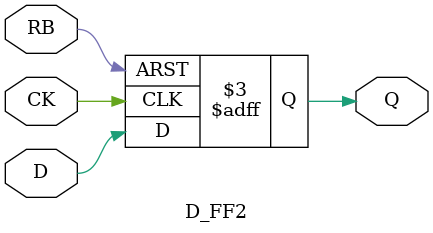
<source format=sv>
module D_FF2(
	input logic D,RB,CK,
	output logic Q);

	    always_ff @(posedge CK or negedge RB)
		begin
		    if(RB==0)
		       Q<=0;
		     else
		       Q<=D;
         		end
endmodule
</source>
